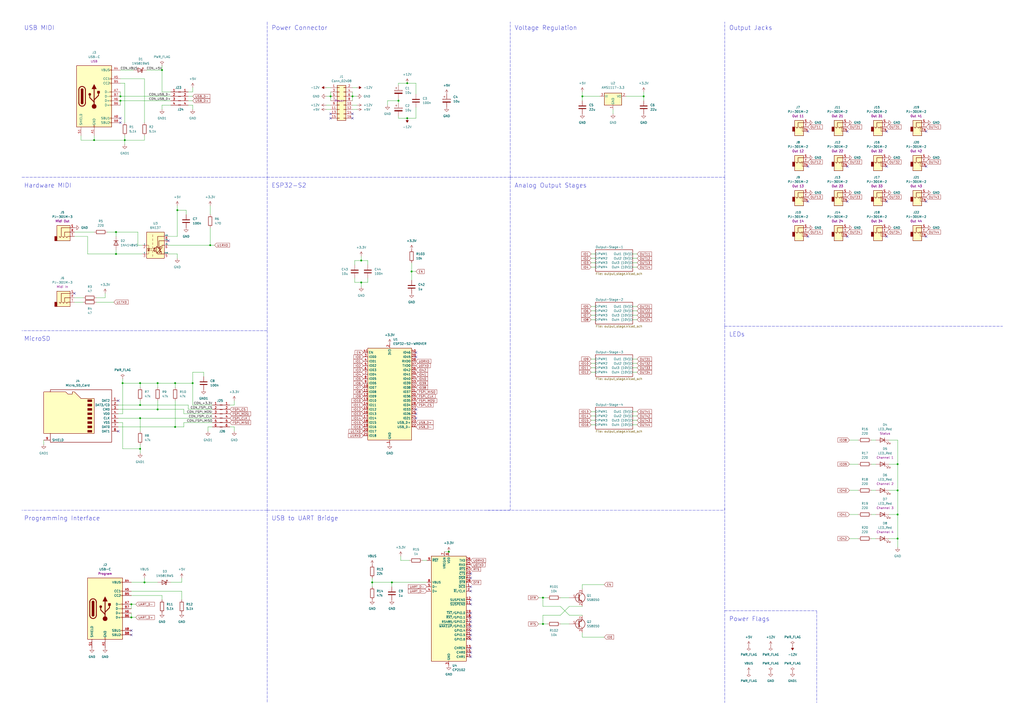
<source format=kicad_sch>
(kicad_sch (version 20211123) (generator eeschema)
  (paper "A2")
  (title_block (title "esp.seq: Quad Output Stage") (date "2022-10-29") (rev "2.0") (company "schlegelflegel"))
  (junction (at 69.85 55.88))
  (junction (at 67.31 147.32))
  (junction (at 76.2 358.14))
  (junction (at 209.55 163.83))
  (junction (at 91.44 237.49))
  (junction (at 191.77 55.88))
  (junction (at 101.6 247.65))
  (junction (at 72.39 81.28))
  (junction (at 204.47 55.88))
  (junction (at 81.28 234.95))
  (junction (at 238.76 157.48))
  (junction (at 69.85 58.42))
  (junction (at 121.92 142.24))
  (junction (at 102.87 121.92))
  (junction (at 91.44 222.25))
  (junction (at 209.55 151.13))
  (junction (at 236.22 48.26))
  (junction (at 111.76 222.25))
  (junction (at 314.96 346.71))
  (junction (at 314.96 361.95))
  (junction (at 54.61 81.28))
  (junction (at 373.38 55.88))
  (junction (at 520.7 284.48))
  (junction (at 67.31 134.62))
  (junction (at 93.98 40.64))
  (junction (at 520.7 269.24))
  (junction (at 520.7 298.45))
  (junction (at 520.7 312.42))
  (junction (at 81.28 260.35))
  (junction (at 260.35 320.04))
  (junction (at 227.33 337.82))
  (junction (at 337.82 55.88))
  (junction (at 231.14 58.42))
  (junction (at 236.22 68.58))
  (junction (at 215.9 337.82))
  (junction (at 81.28 222.25))
  (junction (at 76.2 350.52))
  (junction (at 81.28 242.57))
  (junction (at 83.82 337.82))
  (junction (at 71.12 222.25))
  (junction (at 101.6 222.25))
  (no_connect (at 69.85 71.12))
  (no_connect (at 241.3 242.57))
  (no_connect (at 204.47 66.04))
  (no_connect (at 273.05 363.22))
  (no_connect (at 273.05 340.36))
  (no_connect (at 491.49 116.84))
  (no_connect (at 514.35 76.2))
  (no_connect (at 273.05 378.46))
  (no_connect (at 241.3 237.49))
  (no_connect (at 273.05 355.6))
  (no_connect (at 241.3 240.03))
  (no_connect (at 491.49 96.52))
  (no_connect (at 273.05 375.92))
  (no_connect (at 69.85 68.58))
  (no_connect (at 43.18 170.18))
  (no_connect (at 273.05 368.3))
  (no_connect (at 241.3 207.01))
  (no_connect (at 273.05 335.28))
  (no_connect (at 537.21 96.52))
  (no_connect (at 204.47 68.58))
  (no_connect (at 273.05 365.76))
  (no_connect (at 468.63 96.52))
  (no_connect (at 68.58 232.41))
  (no_connect (at 273.05 332.74))
  (no_connect (at 97.79 139.7))
  (no_connect (at 191.77 68.58))
  (no_connect (at 273.05 370.84))
  (no_connect (at 76.2 365.76))
  (no_connect (at 514.35 137.16))
  (no_connect (at 191.77 66.04))
  (no_connect (at 273.05 360.68))
  (no_connect (at 514.35 116.84))
  (no_connect (at 241.3 204.47))
  (no_connect (at 273.05 358.14))
  (no_connect (at 273.05 381))
  (no_connect (at 468.63 76.2))
  (no_connect (at 537.21 76.2))
  (no_connect (at 537.21 116.84))
  (no_connect (at 514.35 96.52))
  (no_connect (at 273.05 347.98))
  (no_connect (at 68.58 250.19))
  (no_connect (at 537.21 137.16))
  (no_connect (at 468.63 116.84))
  (no_connect (at 491.49 76.2))
  (no_connect (at 76.2 368.3))
  (no_connect (at 491.49 137.16))
  (no_connect (at 273.05 342.9))
  (no_connect (at 468.63 137.16))
  (no_connect (at 273.05 350.52))
  (wire (pts (xy 81.28 260.35) (xy 81.28 257.81)))
  (wire (pts (xy 121.92 142.24) (xy 124.46 142.24)))
  (wire (pts (xy 189.23 50.8) (xy 191.77 50.8)))
  (wire (pts (xy 43.18 172.72) (xy 48.26 172.72)))
  (wire (pts (xy 97.79 137.16) (xy 102.87 137.16)))
  (wire (pts (xy 189.23 63.5) (xy 191.77 63.5)))
  (wire (pts (xy 342.9 238.76) (xy 345.44 238.76)))
  (wire (pts (xy 520.7 269.24) (xy 520.7 284.48)))
  (wire (pts (xy 209.55 163.83) (xy 213.36 163.83)))
  (wire (pts (xy 492.76 255.27) (xy 497.84 255.27)))
  (wire (pts (xy 68.58 245.11) (xy 71.12 245.11)))
  (wire (pts (xy 227.33 337.82) (xy 247.65 337.82)))
  (wire (pts (xy 367.03 243.84) (xy 369.57 243.84)))
  (wire (pts (xy 81.28 260.35) (xy 81.28 262.89)))
  (wire (pts (xy 76.2 345.44) (xy 93.98 345.44)))
  (wire (pts (xy 314.96 356.87) (xy 325.12 356.87)))
  (wire (pts (xy 342.9 215.9) (xy 345.44 215.9)))
  (wire (pts (xy 312.42 346.71) (xy 314.96 346.71)))
  (wire (pts (xy 83.82 81.28) (xy 83.82 78.74)))
  (wire (pts (xy 67.31 147.32) (xy 82.55 147.32)))
  (wire (pts (xy 99.06 337.82) (xy 105.41 337.82)))
  (wire (pts (xy 505.46 269.24) (xy 508 269.24)))
  (wire (pts (xy 135.89 234.95) (xy 135.89 232.41)))
  (wire (pts (xy 81.28 232.41) (xy 81.28 234.95)))
  (wire (pts (xy 492.76 269.24) (xy 497.84 269.24)))
  (wire (pts (xy 224.79 60.96) (xy 224.79 58.42)))
  (wire (pts (xy 48.26 175.26) (xy 43.18 175.26)))
  (wire (pts (xy 232.41 322.58) (xy 232.41 325.12)))
  (polyline (pts (xy 154.94 102.87) (xy 295.91 102.87)))
  (polyline (pts (xy 295.91 102.87) (xy 295.91 295.91)))
  (wire (pts (xy 337.82 339.09) (xy 350.52 339.09)))
  (wire (pts (xy 342.9 210.82) (xy 345.44 210.82)))
  (wire (pts (xy 101.6 222.25) (xy 101.6 224.79)))
  (wire (pts (xy 121.92 119.38) (xy 121.92 124.46)))
  (wire (pts (xy 67.31 134.62) (xy 67.31 137.16)))
  (wire (pts (xy 81.28 222.25) (xy 81.28 224.79)))
  (wire (pts (xy 71.12 222.25) (xy 71.12 240.03)))
  (wire (pts (xy 342.9 243.84) (xy 345.44 243.84)))
  (wire (pts (xy 342.9 149.86) (xy 345.44 149.86)))
  (wire (pts (xy 325.12 361.95) (xy 330.2 361.95)))
  (wire (pts (xy 367.03 246.38) (xy 369.57 246.38)))
  (wire (pts (xy 342.9 241.3) (xy 345.44 241.3)))
  (wire (pts (xy 69.85 48.26) (xy 72.39 48.26)))
  (wire (pts (xy 83.82 337.82) (xy 91.44 337.82)))
  (wire (pts (xy 257.81 320.04) (xy 260.35 320.04)))
  (wire (pts (xy 325.12 346.71) (xy 330.2 346.71)))
  (wire (pts (xy 342.9 208.28) (xy 345.44 208.28)))
  (wire (pts (xy 367.03 208.28) (xy 369.57 208.28)))
  (wire (pts (xy 367.03 147.32) (xy 369.57 147.32)))
  (wire (pts (xy 118.11 215.9) (xy 118.11 218.44)))
  (wire (pts (xy 78.74 350.52) (xy 76.2 350.52)))
  (wire (pts (xy 373.38 58.42) (xy 373.38 55.88)))
  (wire (pts (xy 337.82 369.57) (xy 337.82 367.03)))
  (wire (pts (xy 314.96 361.95) (xy 317.5 361.95)))
  (polyline (pts (xy 154.94 191.77) (xy 12.7 191.77)))
  (wire (pts (xy 373.38 53.34) (xy 373.38 55.88)))
  (polyline (pts (xy 295.91 102.87) (xy 420.37 102.87)))
  (wire (pts (xy 107.95 124.46) (xy 107.95 121.92)))
  (wire (pts (xy 342.9 147.32) (xy 345.44 147.32)))
  (wire (pts (xy 520.7 255.27) (xy 520.7 269.24)))
  (wire (pts (xy 72.39 48.26) (xy 72.39 71.12)))
  (wire (pts (xy 238.76 157.48) (xy 238.76 162.56)))
  (wire (pts (xy 43.18 134.62) (xy 54.61 134.62)))
  (wire (pts (xy 80.01 142.24) (xy 82.55 142.24)))
  (wire (pts (xy 121.92 142.24) (xy 121.92 132.08)))
  (wire (pts (xy 205.74 161.29) (xy 205.74 163.83)))
  (wire (pts (xy 105.41 342.9) (xy 105.41 347.98)))
  (wire (pts (xy 367.03 238.76) (xy 369.57 238.76)))
  (wire (pts (xy 123.19 234.95) (xy 111.76 234.95)))
  (wire (pts (xy 314.96 346.71) (xy 317.5 346.71)))
  (wire (pts (xy 227.33 337.82) (xy 227.33 340.36)))
  (wire (pts (xy 50.8 137.16) (xy 50.8 147.32)))
  (wire (pts (xy 80.01 134.62) (xy 80.01 142.24)))
  (wire (pts (xy 120.65 247.65) (xy 123.19 247.65)))
  (wire (pts (xy 68.58 240.03) (xy 71.12 240.03)))
  (wire (pts (xy 241.3 48.26) (xy 236.22 48.26)))
  (wire (pts (xy 367.03 213.36) (xy 369.57 213.36)))
  (wire (pts (xy 68.58 237.49) (xy 91.44 237.49)))
  (wire (pts (xy 135.89 247.65) (xy 135.89 250.19)))
  (wire (pts (xy 71.12 222.25) (xy 81.28 222.25)))
  (wire (pts (xy 69.85 55.88) (xy 99.06 55.88)))
  (polyline (pts (xy 154.94 295.91) (xy 420.37 295.91)))
  (wire (pts (xy 207.01 63.5) (xy 204.47 63.5)))
  (wire (pts (xy 71.12 260.35) (xy 81.28 260.35)))
  (wire (pts (xy 209.55 148.59) (xy 209.55 151.13)))
  (wire (pts (xy 492.76 298.45) (xy 497.84 298.45)))
  (wire (pts (xy 93.98 38.1) (xy 93.98 40.64)))
  (wire (pts (xy 314.96 351.79) (xy 314.96 346.71)))
  (wire (pts (xy 342.9 213.36) (xy 345.44 213.36)))
  (wire (pts (xy 25.4 257.81) (xy 25.4 255.27)))
  (wire (pts (xy 55.88 172.72) (xy 60.96 172.72)))
  (wire (pts (xy 213.36 151.13) (xy 213.36 153.67)))
  (wire (pts (xy 102.87 119.38) (xy 102.87 121.92)))
  (polyline (pts (xy 420.37 102.87) (xy 420.37 12.7)))
  (wire (pts (xy 337.82 341.63) (xy 337.82 339.09)))
  (wire (pts (xy 93.98 63.5) (xy 93.98 60.96)))
  (wire (pts (xy 231.14 49.53) (xy 231.14 48.26)))
  (wire (pts (xy 367.03 177.8) (xy 369.57 177.8)))
  (wire (pts (xy 236.22 68.58) (xy 231.14 68.58)))
  (wire (pts (xy 120.65 250.19) (xy 120.65 247.65)))
  (wire (pts (xy 76.2 355.6) (xy 76.2 358.14)))
  (wire (pts (xy 238.76 152.4) (xy 238.76 157.48)))
  (wire (pts (xy 189.23 55.88) (xy 191.77 55.88)))
  (wire (pts (xy 72.39 78.74) (xy 72.39 81.28)))
  (wire (pts (xy 231.14 68.58) (xy 231.14 67.31)))
  (wire (pts (xy 232.41 325.12) (xy 237.49 325.12)))
  (wire (pts (xy 101.6 247.65) (xy 106.68 247.65)))
  (wire (pts (xy 72.39 81.28) (xy 83.82 81.28)))
  (wire (pts (xy 191.77 53.34) (xy 191.77 55.88)))
  (wire (pts (xy 330.2 356.87) (xy 337.82 356.87)))
  (wire (pts (xy 515.62 312.42) (xy 520.7 312.42)))
  (wire (pts (xy 312.42 361.95) (xy 314.96 361.95)))
  (wire (pts (xy 67.31 144.78) (xy 67.31 147.32)))
  (wire (pts (xy 515.62 284.48) (xy 520.7 284.48)))
  (wire (pts (xy 520.7 312.42) (xy 520.7 317.5)))
  (wire (pts (xy 83.82 335.28) (xy 83.82 337.82)))
  (wire (pts (xy 111.76 60.96) (xy 111.76 63.5)))
  (polyline (pts (xy 420.37 189.23) (xy 581.66 189.23)))
  (polyline (pts (xy 420.37 189.23) (xy 420.37 407.67)))
  (wire (pts (xy 111.76 222.25) (xy 101.6 222.25)))
  (wire (pts (xy 91.44 222.25) (xy 91.44 224.79)))
  (wire (pts (xy 54.61 78.74) (xy 54.61 81.28)))
  (wire (pts (xy 71.12 219.71) (xy 71.12 222.25)))
  (wire (pts (xy 367.03 210.82) (xy 369.57 210.82)))
  (wire (pts (xy 93.98 40.64) (xy 93.98 53.34)))
  (wire (pts (xy 81.28 242.57) (xy 123.19 242.57)))
  (wire (pts (xy 93.98 345.44) (xy 93.98 347.98)))
  (polyline (pts (xy 154.94 102.87) (xy 154.94 191.77)))
  (wire (pts (xy 337.82 55.88) (xy 347.98 55.88)))
  (wire (pts (xy 105.41 337.82) (xy 105.41 335.28)))
  (wire (pts (xy 241.3 68.58) (xy 236.22 68.58)))
  (wire (pts (xy 50.8 147.32) (xy 67.31 147.32)))
  (wire (pts (xy 109.22 60.96) (xy 111.76 60.96)))
  (wire (pts (xy 106.68 247.65) (xy 106.68 245.11)))
  (wire (pts (xy 67.31 134.62) (xy 80.01 134.62)))
  (wire (pts (xy 337.82 53.34) (xy 337.82 55.88)))
  (wire (pts (xy 106.68 240.03) (xy 123.19 240.03)))
  (wire (pts (xy 133.35 234.95) (xy 135.89 234.95)))
  (wire (pts (xy 97.79 142.24) (xy 121.92 142.24)))
  (wire (pts (xy 314.96 356.87) (xy 314.96 361.95)))
  (wire (pts (xy 231.14 57.15) (xy 231.14 58.42)))
  (wire (pts (xy 367.03 154.94) (xy 369.57 154.94)))
  (wire (pts (xy 81.28 242.57) (xy 81.28 250.19)))
  (wire (pts (xy 337.82 58.42) (xy 337.82 55.88)))
  (wire (pts (xy 205.74 163.83) (xy 209.55 163.83)))
  (wire (pts (xy 213.36 163.83) (xy 213.36 161.29)))
  (wire (pts (xy 367.03 241.3) (xy 369.57 241.3)))
  (wire (pts (xy 205.74 153.67) (xy 205.74 151.13)))
  (wire (pts (xy 68.58 242.57) (xy 81.28 242.57)))
  (wire (pts (xy 342.9 182.88) (xy 345.44 182.88)))
  (wire (pts (xy 342.9 177.8) (xy 345.44 177.8)))
  (wire (pts (xy 207.01 50.8) (xy 204.47 50.8)))
  (wire (pts (xy 189.23 60.96) (xy 191.77 60.96)))
  (polyline (pts (xy 12.7 102.87) (xy 154.94 102.87)))
  (wire (pts (xy 55.88 175.26) (xy 66.04 175.26)))
  (wire (pts (xy 111.76 58.42) (xy 109.22 58.42)))
  (wire (pts (xy 106.68 237.49) (xy 91.44 237.49)))
  (polyline (pts (xy 295.91 295.91) (xy 281.94 295.91)))
  (wire (pts (xy 54.61 81.28) (xy 72.39 81.28)))
  (wire (pts (xy 342.9 154.94) (xy 345.44 154.94)))
  (wire (pts (xy 109.22 53.34) (xy 111.76 53.34)))
  (wire (pts (xy 76.2 342.9) (xy 105.41 342.9)))
  (wire (pts (xy 215.9 337.82) (xy 215.9 340.36)))
  (wire (pts (xy 342.9 152.4) (xy 345.44 152.4)))
  (wire (pts (xy 515.62 298.45) (xy 520.7 298.45)))
  (wire (pts (xy 111.76 215.9) (xy 111.76 222.25)))
  (wire (pts (xy 106.68 245.11) (xy 123.19 245.11)))
  (wire (pts (xy 85.09 40.64) (xy 93.98 40.64)))
  (wire (pts (xy 342.9 185.42) (xy 345.44 185.42)))
  (wire (pts (xy 245.11 325.12) (xy 247.65 325.12)))
  (wire (pts (xy 111.76 53.34) (xy 111.76 50.8)))
  (wire (pts (xy 69.85 40.64) (xy 77.47 40.64)))
  (wire (pts (xy 515.62 255.27) (xy 520.7 255.27)))
  (wire (pts (xy 515.62 269.24) (xy 520.7 269.24)))
  (wire (pts (xy 191.77 55.88) (xy 191.77 58.42)))
  (wire (pts (xy 109.22 234.95) (xy 109.22 237.49)))
  (wire (pts (xy 520.7 298.45) (xy 520.7 312.42)))
  (wire (pts (xy 367.03 152.4) (xy 369.57 152.4)))
  (wire (pts (xy 367.03 215.9) (xy 369.57 215.9)))
  (wire (pts (xy 505.46 284.48) (xy 508 284.48)))
  (wire (pts (xy 231.14 58.42) (xy 231.14 59.69)))
  (wire (pts (xy 76.2 350.52) (xy 76.2 353.06)))
  (wire (pts (xy 81.28 222.25) (xy 91.44 222.25)))
  (wire (pts (xy 91.44 222.25) (xy 101.6 222.25)))
  (wire (pts (xy 69.85 58.42) (xy 69.85 60.96)))
  (wire (pts (xy 204.47 53.34) (xy 204.47 55.88)))
  (wire (pts (xy 367.03 180.34) (xy 369.57 180.34)))
  (wire (pts (xy 241.3 157.48) (xy 238.76 157.48)))
  (wire (pts (xy 102.87 147.32) (xy 102.87 149.86)))
  (wire (pts (xy 93.98 60.96) (xy 99.06 60.96)))
  (wire (pts (xy 97.79 147.32) (xy 102.87 147.32)))
  (wire (pts (xy 43.18 137.16) (xy 50.8 137.16)))
  (wire (pts (xy 68.58 234.95) (xy 81.28 234.95)))
  (wire (pts (xy 60.96 172.72) (xy 60.96 170.18)))
  (wire (pts (xy 133.35 247.65) (xy 135.89 247.65)))
  (wire (pts (xy 111.76 55.88) (xy 109.22 55.88)))
  (wire (pts (xy 350.52 369.57) (xy 337.82 369.57)))
  (polyline (pts (xy 154.94 191.77) (xy 154.94 295.91)))
  (wire (pts (xy 520.7 284.48) (xy 520.7 298.45)))
  (wire (pts (xy 314.96 351.79) (xy 325.12 351.79)))
  (wire (pts (xy 342.9 246.38) (xy 345.44 246.38)))
  (wire (pts (xy 76.2 358.14) (xy 78.74 358.14)))
  (wire (pts (xy 492.76 284.48) (xy 497.84 284.48)))
  (wire (pts (xy 373.38 55.88) (xy 363.22 55.88)))
  (wire (pts (xy 204.47 55.88) (xy 204.47 58.42)))
  (wire (pts (xy 330.2 351.79) (xy 337.82 351.79)))
  (wire (pts (xy 69.85 55.88) (xy 69.85 53.34)))
  (wire (pts (xy 492.76 312.42) (xy 497.84 312.42)))
  (wire (pts (xy 367.03 185.42) (xy 369.57 185.42)))
  (wire (pts (xy 62.23 134.62) (xy 67.31 134.62)))
  (wire (pts (xy 111.76 234.95) (xy 111.76 222.25)))
  (wire (pts (xy 505.46 298.45) (xy 508 298.45)))
  (wire (pts (xy 102.87 121.92) (xy 102.87 137.16)))
  (wire (pts (xy 231.14 48.26) (xy 236.22 48.26)))
  (wire (pts (xy 71.12 245.11) (xy 71.12 260.35)))
  (wire (pts (xy 215.9 337.82) (xy 227.33 337.82)))
  (wire (pts (xy 93.98 53.34) (xy 99.06 53.34)))
  (wire (pts (xy 91.44 232.41) (xy 91.44 237.49)))
  (polyline (pts (xy 295.91 102.87) (xy 295.91 12.7)))
  (wire (pts (xy 224.79 58.42) (xy 231.14 58.42)))
  (wire (pts (xy 118.11 215.9) (xy 111.76 215.9)))
  (wire (pts (xy 355.6 66.04) (xy 355.6 63.5)))
  (polyline (pts (xy 420.37 354.33) (xy 473.71 354.33)))
  (wire (pts (xy 241.3 62.23) (xy 241.3 68.58)))
  (wire (pts (xy 76.2 337.82) (xy 83.82 337.82)))
  (polyline (pts (xy 473.71 354.33) (xy 473.71 407.67)))
  (wire (pts (xy 68.58 247.65) (xy 101.6 247.65)))
  (wire (pts (xy 209.55 151.13) (xy 213.36 151.13)))
  (wire (pts (xy 109.22 237.49) (xy 123.19 237.49)))
  (wire (pts (xy 101.6 232.41) (xy 101.6 247.65)))
  (wire (pts (xy 330.2 356.87) (xy 325.12 351.79)))
  (wire (pts (xy 342.9 180.34) (xy 345.44 180.34)))
  (wire (pts (xy 367.03 182.88) (xy 369.57 182.88)))
  (polyline (pts (xy 154.94 12.7) (xy 154.94 102.87)))
  (wire (pts (xy 207.01 60.96) (xy 204.47 60.96)))
  (wire (pts (xy 46.99 78.74) (xy 46.99 81.28)))
  (wire (pts (xy 367.03 149.86) (xy 369.57 149.86)))
  (polyline (pts (xy 420.37 102.87) (xy 420.37 189.23)))
  (wire (pts (xy 46.99 81.28) (xy 54.61 81.28)))
  (wire (pts (xy 72.39 81.28) (xy 72.39 83.82)))
  (wire (pts (xy 207.01 55.88) (xy 204.47 55.88)))
  (wire (pts (xy 69.85 58.42) (xy 99.06 58.42)))
  (wire (pts (xy 215.9 335.28) (xy 215.9 337.82)))
  (polyline (pts (xy 420.37 295.91) (xy 420.37 294.64)))
  (wire (pts (xy 505.46 255.27) (xy 508 255.27)))
  (wire (pts (xy 106.68 237.49) (xy 106.68 240.03)))
  (wire (pts (xy 69.85 45.72) (xy 83.82 45.72)))
  (wire (pts (xy 81.28 234.95) (xy 109.22 234.95)))
  (wire (pts (xy 209.55 166.37) (xy 209.55 163.83)))
  (wire (pts (xy 241.3 54.61) (xy 241.3 48.26)))
  (polyline (pts (xy 154.94 295.91) (xy 12.7 295.91)))
  (wire (pts (xy 330.2 351.79) (xy 325.12 356.87)))
  (wire (pts (xy 102.87 121.92) (xy 107.95 121.92)))
  (wire (pts (xy 83.82 45.72) (xy 83.82 71.12)))
  (polyline (pts (xy 154.94 295.91) (xy 154.94 407.67)))
  (wire (pts (xy 505.46 312.42) (xy 508 312.42)))
  (wire (pts (xy 205.74 151.13) (xy 209.55 151.13)))
  (text "Power Connector" (at 157.48 17.78 0) (effects (font (size 2.54 2.54)) (justify left bottom)))
  (text "Voltage Regulation" (at 298.45 17.78 0) (effects (font (size 2.54 2.54)) (justify left bottom)))
  (text "Analog Output Stages" (at 298.45 109.22 0) (effects (font (size 2.54 2.54)) (justify left bottom)))
  (text "USB MIDI" (at 13.97 17.78 0) (effects (font (size 2.54 2.54)) (justify left bottom)))
  (text "MicroSD" (at 13.97 198.12 0) (effects (font (size 2.54 2.54)) (justify left bottom)))
  (text "ESP32-S2" (at 157.48 109.22 0) (effects (font (size 2.54 2.54)) (justify left bottom)))
  (text "Output Jacks" (at 422.91 17.78 0) (effects (font (size 2.54 2.54)) (justify left bottom)))
  (text "Power Flags" (at 422.91 360.68 0) (effects (font (size 2.54 2.54)) (justify left bottom)))
  (text "USB to UART Bridge" (at 157.48 302.26 0) (effects (font (size 2.54 2.54)) (justify left bottom)))
  (text "Hardware MIDI" (at 13.97 109.22 0) (effects (font (size 2.54 2.54)) (justify left bottom)))
  (text "Programming Interface" (at 13.97 302.26 0) (effects (font (size 2.54 2.54)) (justify left bottom)))
  (text "LEDs" (at 422.91 195.58 0) (effects (font (size 2.54 2.54)) (justify left bottom)))
  (label "CON_USB_D-" (at 99.06 55.88 180))
  (label "CON_FSPI_MOSI" (at 123.19 240.03 180))
  (label "CON_VBUS" (at 69.85 40.64 0))
  (label "CON_+3.3V" (at 123.19 234.95 180))
  (label "CON_+5V" (at 93.98 40.64 180))
  (label "CON_FSPI_MISO" (at 123.19 245.11 180))
  (label "CON_USB_D+" (at 99.06 58.42 180))
  (label "CON_FSPI_CS" (at 123.19 237.49 180))
  (label "CON_FSPI_CLK" (at 123.19 242.57 180))
  (global_label "OUT12" (shape input) (at 468.63 93.98 0) (property "Intersheet References" "${INTERSHEET_REFS}" (effects hide)))
  (global_label "OUT33" (shape input) (at 514.35 114.3 0) (property "Intersheet References" "${INTERSHEET_REFS}" (effects hide)))
  (global_label "UART_D-" (shape input) (at 78.74 350.52 0) (property "Intersheet References" "${INTERSHEET_REFS}" (effects hide)))
  (global_label "USB_D-" (shape input) (at 111.76 55.88 0) (property "Intersheet References" "${INTERSHEET_REFS}" (effects hide)))
  (global_label "DTR" (shape input) (at 312.42 346.71 180) (property "Intersheet References" "${INTERSHEET_REFS}" (effects hide)))
  (global_label "OUT14" (shape input) (at 369.57 154.94 0) (property "Intersheet References" "${INTERSHEET_REFS}" (effects hide)))
  (global_label "OUT44" (shape input) (at 537.21 134.62 0) (property "Intersheet References" "${INTERSHEET_REFS}" (effects hide)))
  (global_label "IO0" (shape input) (at 350.52 369.57 0) (property "Intersheet References" "${INTERSHEET_REFS}" (effects hide)))
  (global_label "IO39" (shape input) (at 492.76 269.24 180) (property "Intersheet References" "${INTERSHEET_REFS}" (effects hide)))
  (global_label "IO10" (shape input) (at 210.82 232.41 180) (property "Intersheet References" "${INTERSHEET_REFS}" (effects hide)))
  (global_label "FSPI_MISO" (shape input) (at 133.35 245.11 0) (property "Intersheet References" "${INTERSHEET_REFS}" (effects hide)))
  (global_label "OUT34" (shape input) (at 369.57 215.9 0) (property "Intersheet References" "${INTERSHEET_REFS}" (effects hide)))
  (global_label "U0RXD" (shape input) (at 273.05 325.12 0) (property "Intersheet References" "${INTERSHEET_REFS}" (effects hide)))
  (global_label "OUT42" (shape input) (at 369.57 241.3 0) (property "Intersheet References" "${INTERSHEET_REFS}" (effects hide)))
  (global_label "IO7" (shape input) (at 210.82 224.79 180) (property "Intersheet References" "${INTERSHEET_REFS}" (effects hide)))
  (global_label "OUT32" (shape input) (at 514.35 93.98 0) (property "Intersheet References" "${INTERSHEET_REFS}" (effects hide)))
  (global_label "FSPI_CLK" (shape input) (at 133.35 242.57 0) (property "Intersheet References" "${INTERSHEET_REFS}" (effects hide)))
  (global_label "IO42" (shape input) (at 492.76 312.42 180) (property "Intersheet References" "${INTERSHEET_REFS}" (effects hide)))
  (global_label "FSPI_CS" (shape input) (at 241.3 234.95 0) (property "Intersheet References" "${INTERSHEET_REFS}" (effects hide)))
  (global_label "OUT24" (shape input) (at 491.49 134.62 0) (property "Intersheet References" "${INTERSHEET_REFS}" (effects hide)))
  (global_label "IO4" (shape input) (at 210.82 217.17 180) (property "Intersheet References" "${INTERSHEET_REFS}" (effects hide)))
  (global_label "IO3" (shape input) (at 210.82 214.63 180) (property "Intersheet References" "${INTERSHEET_REFS}" (effects hide)))
  (global_label "OUT44" (shape input) (at 369.57 246.38 0) (property "Intersheet References" "${INTERSHEET_REFS}" (effects hide)))
  (global_label "IO16" (shape input) (at 210.82 247.65 180) (property "Intersheet References" "${INTERSHEET_REFS}" (effects hide)))
  (global_label "OUT43" (shape input) (at 537.21 114.3 0) (property "Intersheet References" "${INTERSHEET_REFS}" (effects hide)))
  (global_label "IO12" (shape input) (at 342.9 215.9 180) (property "Intersheet References" "${INTERSHEET_REFS}" (effects hide)))
  (global_label "IO14" (shape input) (at 210.82 242.57 180) (property "Intersheet References" "${INTERSHEET_REFS}" (effects hide)))
  (global_label "FSPI_MOSI" (shape input) (at 241.3 232.41 0) (property "Intersheet References" "${INTERSHEET_REFS}" (effects hide)))
  (global_label "IO9" (shape input) (at 210.82 229.87 180) (property "Intersheet References" "${INTERSHEET_REFS}" (effects hide)))
  (global_label "U0RXD" (shape input) (at 241.3 209.55 0) (property "Intersheet References" "${INTERSHEET_REFS}" (effects hide)))
  (global_label "IO1" (shape input) (at 342.9 147.32 180) (property "Intersheet References" "${INTERSHEET_REFS}" (effects hide)))
  (global_label "IO2" (shape input) (at 342.9 149.86 180) (property "Intersheet References" "${INTERSHEET_REFS}" (effects hide)))
  (global_label "OUT22" (shape input) (at 369.57 180.34 0) (property "Intersheet References" "${INTERSHEET_REFS}" (effects hide)))
  (global_label "OUT22" (shape input) (at 491.49 93.98 0) (property "Intersheet References" "${INTERSHEET_REFS}" (effects hide)))
  (global_label "OUT11" (shape input) (at 369.57 147.32 0) (property "Intersheet References" "${INTERSHEET_REFS}" (effects hide)))
  (global_label "OUT43" (shape input) (at 369.57 243.84 0) (property "Intersheet References" "${INTERSHEET_REFS}" (effects hide)))
  (global_label "OUT21" (shape input) (at 491.49 73.66 0) (property "Intersheet References" "${INTERSHEET_REFS}" (effects hide)))
  (global_label "USB_D-" (shape input) (at 241.3 247.65 0) (property "Intersheet References" "${INTERSHEET_REFS}" (effects hide)))
  (global_label "U1TXD" (shape input) (at 210.82 250.19 180) (property "Intersheet References" "${INTERSHEET_REFS}" (effects hide)))
  (global_label "OUT41" (shape input) (at 537.21 73.66 0) (property "Intersheet References" "${INTERSHEET_REFS}" (effects hide)))
  (global_label "IO4" (shape input) (at 342.9 154.94 180) (property "Intersheet References" "${INTERSHEET_REFS}" (effects hide)))
  (global_label "FSPI_MISO" (shape input) (at 241.3 227.33 0) (property "Intersheet References" "${INTERSHEET_REFS}" (effects hide)))
  (global_label "OUT21" (shape input) (at 369.57 177.8 0) (property "Intersheet References" "${INTERSHEET_REFS}" (effects hide)))
  (global_label "OUT41" (shape input) (at 369.57 238.76 0) (property "Intersheet References" "${INTERSHEET_REFS}" (effects hide)))
  (global_label "IO6" (shape input) (at 342.9 180.34 180) (property "Intersheet References" "${INTERSHEET_REFS}" (effects hide)))
  (global_label "IO39" (shape input) (at 241.3 222.25 0) (property "Intersheet References" "${INTERSHEET_REFS}" (effects hide)))
  (global_label "U0TXD" (shape input) (at 273.05 327.66 0) (property "Intersheet References" "${INTERSHEET_REFS}" (effects hide)))
  (global_label "RTS" (shape input) (at 273.05 330.2 0) (property "Intersheet References" "${INTERSHEET_REFS}" (effects hide)))
  (global_label "DTR" (shape input) (at 273.05 337.82 0) (property "Intersheet References" "${INTERSHEET_REFS}" (effects hide)))
  (global_label "IO9" (shape input) (at 342.9 208.28 180) (property "Intersheet References" "${INTERSHEET_REFS}" (effects hide)))
  (global_label "U1RXD" (shape input) (at 210.82 252.73 180) (property "Intersheet References" "${INTERSHEET_REFS}" (effects hide)))
  (global_label "OUT12" (shape input) (at 369.57 149.86 0) (property "Intersheet References" "${INTERSHEET_REFS}" (effects hide)))
  (global_label "IO1" (shape input) (at 210.82 209.55 180) (property "Intersheet References" "${INTERSHEET_REFS}" (effects hide)))
  (global_label "IO13" (shape input) (at 210.82 240.03 180) (property "Intersheet References" "${INTERSHEET_REFS}" (effects hide)))
  (global_label "IO14" (shape input) (at 342.9 241.3 180) (property "Intersheet References" "${INTERSHEET_REFS}" (effects hide)))
  (global_label "IO0" (shape input) (at 210.82 207.01 180) (property "Intersheet References" "${INTERSHEET_REFS}" (effects hide)))
  (global_label "IO5" (shape input) (at 210.82 219.71 180) (property "Intersheet References" "${INTERSHEET_REFS}" (effects hide)))
  (global_label "USB_D+" (shape input) (at 111.76 58.42 0) (property "Intersheet References" "${INTERSHEET_REFS}" (effects hide)))
  (global_label "USB_D+" (shape input) (at 241.3 245.11 0) (property "Intersheet References" "${INTERSHEET_REFS}" (effects hide)))
  (global_label "IO2" (shape input) (at 210.82 212.09 180) (property "Intersheet References" "${INTERSHEET_REFS}" (effects hide)))
  (global_label "EN" (shape input) (at 210.82 204.47 180) (property "Intersheet References" "${INTERSHEET_REFS}" (effects hide)))
  (global_label "IO6" (shape input) (at 210.82 222.25 180) (property "Intersheet References" "${INTERSHEET_REFS}" (effects hide)))
  (global_label "OUT33" (shape input) (at 369.57 213.36 0) (property "Intersheet References" "${INTERSHEET_REFS}" (effects hide)))
  (global_label "U1RXD" (shape input) (at 124.46 142.24 0) (property "Intersheet References" "${INTERSHEET_REFS}" (effects hide)))
  (global_label "IO11" (shape input) (at 210.82 234.95 180) (property "Intersheet References" "${INTERSHEET_REFS}" (effects hide)))
  (global_label "OUT14" (shape input) (at 468.63 134.62 0) (property "Intersheet References" "${INTERSHEET_REFS}" (effects hide)))
  (global_label "IO8" (shape input) (at 210.82 227.33 180) (property "Intersheet References" "${INTERSHEET_REFS}" (effects hide)))
  (global_label "OUT31" (shape input) (at 369.57 208.28 0) (property "Intersheet References" "${INTERSHEET_REFS}" (effects hide)))
  (global_label "IO16" (shape input) (at 342.9 246.38 180) (property "Intersheet References" "${INTERSHEET_REFS}" (effects hide)))
  (global_label "OUT32" (shape input) (at 369.57 210.82 0) (property "Intersheet References" "${INTERSHEET_REFS}" (effects hide)))
  (global_label "OUT23" (shape input) (at 491.49 114.3 0) (property "Intersheet References" "${INTERSHEET_REFS}" (effects hide)))
  (global_label "OUT13" (shape input) (at 468.63 114.3 0) (property "Intersheet References" "${INTERSHEET_REFS}" (effects hide)))
  (global_label "IO10" (shape input) (at 342.9 210.82 180) (property "Intersheet References" "${INTERSHEET_REFS}" (effects hide)))
  (global_label "OUT23" (shape input) (at 369.57 182.88 0) (property "Intersheet References" "${INTERSHEET_REFS}" (effects hide)))
  (global_label "IO41" (shape input) (at 492.76 298.45 180) (property "Intersheet References" "${INTERSHEET_REFS}" (effects hide)))
  (global_label "IO15" (shape input) (at 342.9 243.84 180) (property "Intersheet References" "${INTERSHEET_REFS}" (effects hide)))
  (global_label "IO12" (shape input) (at 210.82 237.49 180) (property "Intersheet References" "${INTERSHEET_REFS}" (effects hide)))
  (global_label "IO42" (shape input) (at 241.3 214.63 0) (property "Intersheet References" "${INTERSHEET_REFS}" (effects hide)))
  (global_label "RTS" (shape input) (at 312.42 361.95 180) (property "Intersheet References" "${INTERSHEET_REFS}" (effects hide)))
  (global_label "IO41" (shape input) (at 241.3 217.17 0) (property "Intersheet References" "${INTERSHEET_REFS}" (effects hide)))
  (global_label "OUT31" (shape input) (at 514.35 73.66 0) (property "Intersheet References" "${INTERSHEET_REFS}" (effects hide)))
  (global_label "IO13" (shape input) (at 342.9 238.76 180) (property "Intersheet References" "${INTERSHEET_REFS}" (effects hide)))
  (global_label "OUT42" (shape input) (at 537.21 93.98 0) (property "Intersheet References" "${INTERSHEET_REFS}" (effects hide)))
  (global_label "IO40" (shape input) (at 492.76 284.48 180) (property "Intersheet References" "${INTERSHEET_REFS}" (effects hide)))
  (global_label "OUT24" (shape input) (at 369.57 185.42 0) (property "Intersheet References" "${INTERSHEET_REFS}" (effects hide)))
  (global_label "IO8" (shape input) (at 342.9 185.42 180) (property "Intersheet References" "${INTERSHEET_REFS}" (effects hide)))
  (global_label "UART_D-" (shape input) (at 247.65 342.9 180) (property "Intersheet References" "${INTERSHEET_REFS}" (effects hide)))
  (global_label "OUT34" (shape input) (at 514.35 134.62 0) (property "Intersheet References" "${INTERSHEET_REFS}" (effects hide)))
  (global_label "U0TXD" (shape input) (at 241.3 212.09 0) (property "Intersheet References" "${INTERSHEET_REFS}" (effects hide)))
  (global_label "IO38" (shape input) (at 241.3 224.79 0) (property "Intersheet References" "${INTERSHEET_REFS}" (effects hide)))
  (global_label "IO3" (shape input) (at 342.9 152.4 180) (property "Intersheet References" "${INTERSHEET_REFS}" (effects hide)))
  (global_label "IO7" (shape input) (at 342.9 182.88 180) (property "Intersheet References" "${INTERSHEET_REFS}" (effects hide)))
  (global_label "IO11" (shape input) (at 342.9 213.36 180) (property "Intersheet References" "${INTERSHEET_REFS}" (effects hide)))
  (global_label "OUT13" (shape input) (at 369.57 152.4 0) (property "Intersheet References" "${INTERSHEET_REFS}" (effects hide)))
  (global_label "UART_D+" (shape input) (at 78.74 358.14 0) (property "Intersheet References" "${INTERSHEET_REFS}" (effects hide)))
  (global_label "IO15" (shape input) (at 210.82 245.11 180) (property "Intersheet References" "${INTERSHEET_REFS}" (effects hide)))
  (global_label "FSPI_CLK" (shape input) (at 241.3 229.87 0) (property "Intersheet References" "${INTERSHEET_REFS}" (effects hide)))
  (global_label "FSPI_MOSI" (shape input) (at 133.35 240.03 0) (property "Intersheet References" "${INTERSHEET_REFS}" (effects hide)))
  (global_label "OUT11" (shape input) (at 468.63 73.66 0) (property "Intersheet References" "${INTERSHEET_REFS}" (effects hide)))
  (global_label "EN" (shape input) (at 350.52 339.09 0) (property "Intersheet References" "${INTERSHEET_REFS}" (effects hide)))
  (global_label "EN" (shape input) (at 241.3 157.48 0) (property "Intersheet References" "${INTERSHEET_REFS}" (effects hide)))
  (global_label "U1TXD" (shape input) (at 66.04 175.26 0) (property "Intersheet References" "${INTERSHEET_REFS}" (effects hide)))
  (global_label "UART_D-" (shape input) (at 247.65 340.36 180) (property "Intersheet References" "${INTERSHEET_REFS}" (effects hide)))
  (global_label "FSPI_CS" (shape input) (at 133.35 237.49 0) (property "Intersheet References" "${INTERSHEET_REFS}" (effects hide)))
  (global_label "IO40" (shape input) (at 241.3 219.71 0) (property "Intersheet References" "${INTERSHEET_REFS}" (effects hide)))
  (global_label "IO5" (shape input) (at 342.9 177.8 180) (property "Intersheet References" "${INTERSHEET_REFS}" (effects hide)))
  (global_label "IO38" (shape input) (at 492.76 255.27 180) (property "Intersheet References" "${INTERSHEET_REFS}" (effects hide)))
  (symbol (lib_id "power:GND") (at 238.76 170.18 0) (unit 1)
    (property "Reference" "#PWR0121" (effects hide))
    (property "Value" "GND" (at 238.76 175.26 0))
  )
  (symbol (lib_id "power:PWR_FLAG") (at 434.34 374.65 180) (unit 1)
    (property "Reference" "#FLG0101" (effects hide))
    (property "Value" "PWR_FLAG" (at 434.34 379.73 0))
  )
  (symbol (lib_id "power:GND") (at 135.89 250.19 0) (unit 1)
    (property "Reference" "#PWR050" (effects hide))
    (property "Value" "GND" (at 135.89 255.27 0))
  )
  (symbol (lib_id "Device:C") (at 238.76 166.37 0) (unit 1)
    (property "Reference" "C42" (at 242.57 165.0999 0) (effects (justify left)))
    (property "Value" "1u" (at 242.57 167.6399 0) (effects (justify left)))
    (property "Footprint" "Capacitor_SMD:C_0805_2012Metric" (effects hide))
    (property "LCSC" "C28323" (effects hide))
  )
  (symbol (lib_id "power:GND") (at 224.79 60.96 0) (unit 1)
    (property "Reference" "#PWR013" (effects hide))
    (property "Value" "GND" (at 224.79 66.04 0))
  )
  (symbol (lib_id "power:+3.3V") (at 226.06 199.39 0) (unit 1)
    (property "Reference" "#PWR0111" (effects hide))
    (property "Value" "+3.3V" (at 226.06 194.31 0))
  )
  (symbol (lib_id "Device:R") (at 501.65 255.27 90) (unit 1) (in_bom no) (on_board no)
    (property "Reference" "R16" (at 501.65 248.92 90))
    (property "Value" "220" (at 501.65 251.46 90))
    (property "Footprint" "Resistor_SMD:R_0402_1005Metric" (effects hide))
    (property "LCSC" "C25091" (effects hide))
  )
  (symbol (lib_id "power:+12V") (at 189.23 60.96 90) (mirror x) (unit 1)
    (property "Reference" "#PWR07" (effects hide))
    (property "Value" "+12V" (at 185.42 60.9599 90) (effects (justify left)))
  )
  (symbol (lib_id "Connector:AudioJack2_SwitchT") (at 532.13 114.3 0) (unit 1)
    (property "Reference" "J21" (at 531.495 102.87 0))
    (property "Value" "PJ-301M-2" (at 531.495 105.41 0))
    (property "Footprint" "lib:PJ-301M-2" (effects hide))
    (property "Name" "Out 43" (at 531.495 107.95 0))
  )
  (symbol (lib_id "Connector:AudioJack2_SwitchT") (at 532.13 93.98 0) (unit 1)
    (property "Reference" "J20" (at 531.495 82.55 0))
    (property "Value" "PJ-301M-2" (at 531.495 85.09 0))
    (property "Footprint" "lib:PJ-301M-2" (effects hide))
    (property "Name" "Out 42" (at 531.495 87.63 0))
  )
  (symbol (lib_id "power:+5V") (at 259.08 54.61 0) (unit 1)
    (property "Reference" "#PWR016" (effects hide))
    (property "Value" "+5V" (at 259.08 49.53 0))
  )
  (symbol (lib_id "power:GND") (at 207.01 55.88 90) (unit 1)
    (property "Reference" "#PWR010" (effects hide))
    (property "Value" "GND" (at 210.82 55.8799 90) (effects (justify right)))
  )
  (symbol (lib_id "Device:R") (at 93.98 351.79 0) (unit 1)
    (property "Reference" "R11" (at 96.52 350.5199 0) (effects (justify left)))
    (property "Value" "5.1k" (at 96.52 353.0599 0) (effects (justify left)))
    (property "Footprint" "Resistor_SMD:R_0402_1005Metric" (effects hide))
    (property "LCSC" "C25905" (effects hide))
  )
  (symbol (lib_id "Connector:Conn_01x06_Male") (at 128.27 240.03 0) (mirror y) (unit 1)
    (property "Reference" "J25" (at 127.635 232.41 0))
    (property "Value" "Conn_01x06_Male" (effects hide))
    (property "Footprint" "Connector_PinHeader_2.54mm:PinHeader_2x03_P2.54mm_Horizontal" (effects hide))
  )
  (symbol (lib_id "Device:LED") (at 511.81 284.48 0) (mirror y) (unit 1)
    (property "Reference" "D6" (at 513.3975 275.59 0))
    (property "Value" "LED_Red" (at 513.3975 278.13 0))
    (property "Footprint" "LED_THT:LED_D5.0mm" (effects hide))
    (property "Name" "Channel 2" (at 513.3975 280.67 0))
  )
  (symbol (lib_id "power:GND") (at 537.21 71.12 90) (mirror x) (unit 1)
    (property "Reference" "#PWR030" (effects hide))
    (property "Value" "GND" (at 541.02 71.1199 90) (effects (justify right)))
  )
  (symbol (lib_id "Connector:AudioJack2_SwitchT") (at 463.55 93.98 0) (unit 1)
    (property "Reference" "J8" (at 462.915 82.55 0))
    (property "Value" "PJ-301M-2" (at 462.915 85.09 0))
    (property "Footprint" "lib:PJ-301M-2" (effects hide))
    (property "Name" "Out 12" (at 462.915 87.63 0))
  )
  (symbol (lib_id "power:GND") (at 468.63 91.44 90) (mirror x) (unit 1)
    (property "Reference" "#PWR019" (effects hide))
    (property "Value" "GND" (at 472.44 91.4399 90) (effects (justify right)))
  )
  (symbol (lib_id "power:+3.3V") (at 209.55 148.59 0) (unit 1)
    (property "Reference" "#PWR0122" (effects hide))
    (property "Value" "+3.3V" (at 209.55 143.51 0))
  )
  (symbol (lib_id "Connector:AudioJack2_SwitchT") (at 509.27 93.98 0) (unit 1)
    (property "Reference" "J16" (at 508.635 82.55 0))
    (property "Value" "PJ-301M-2" (at 508.635 85.09 0))
    (property "Footprint" "lib:PJ-301M-2" (effects hide))
    (property "Name" "Out 32" (at 508.635 87.63 0))
  )
  (symbol (lib_id "Connector:AudioJack3") (at 38.1 172.72 0) (unit 1)
    (property "Reference" "J6" (at 36.195 161.29 0))
    (property "Value" "PJ-301M-3" (at 36.195 163.83 0))
    (property "Footprint" "lib:PJ-301M-3" (effects hide))
    (property "Name" "Midi In" (at 36.195 166.37 0))
  )
  (symbol (lib_id "power:PWR_FLAG") (at 434.34 389.89 180) (unit 1)
    (property "Reference" "#FLG0105" (effects hide))
    (property "Value" "PWR_FLAG" (at 434.34 394.97 0))
  )
  (symbol (lib_id "Device:R") (at 215.9 331.47 180) (unit 1)
    (property "Reference" "R13" (at 218.44 330.1999 0) (effects (justify right)))
    (property "Value" "22k" (at 218.44 332.7399 0) (effects (justify right)))
    (property "Footprint" "Resistor_SMD:R_0402_1005Metric" (effects hide))
    (property "LCSC" "C25768" (effects hide))
  )
  (symbol (lib_id "Connector:AudioJack2_SwitchT") (at 509.27 73.66 0) (unit 1)
    (property "Reference" "J15" (at 508.635 62.23 0))
    (property "Value" "PJ-301M-2" (at 508.635 64.77 0))
    (property "Footprint" "lib:PJ-301M-2" (effects hide))
    (property "Name" "Out 31" (at 508.635 67.31 0))
  )
  (symbol (lib_id "power:-12V") (at 459.74 374.65 0) (mirror x) (unit 1)
    (property "Reference" "#PWR0117" (effects hide))
    (property "Value" "-12V" (at 459.74 379.73 0))
  )
  (symbol (lib_id "power:GND") (at 105.41 355.6 0) (unit 1)
    (property "Reference" "#PWR056" (effects hide))
    (property "Value" "GND" (at 105.41 360.68 0))
  )
  (symbol (lib_id "power:GND1") (at 120.65 250.19 0) (unit 1)
    (property "Reference" "#PWR048" (effects hide))
    (property "Value" "GND1" (at 120.65 255.27 0))
  )
  (symbol (lib_id "power:PWR_FLAG") (at 71.12 219.71 0) (unit 1)
    (property "Reference" "#FLG0107" (effects hide))
    (property "Value" "PWR_FLAG" (at 71.12 214.63 0))
  )
  (symbol (lib_id "Connector:AudioJack2_SwitchT") (at 486.41 73.66 0) (unit 1)
    (property "Reference" "J11" (at 485.775 62.23 0))
    (property "Value" "PJ-301M-2" (at 485.775 64.77 0))
    (property "Footprint" "lib:PJ-301M-2" (effects hide))
    (property "Name" "Out 21" (at 485.775 67.31 0))
  )
  (symbol (lib_id "Device:LED") (at 511.81 312.42 0) (mirror y) (unit 1)
    (property "Reference" "D8" (at 513.3975 303.53 0))
    (property "Value" "LED_Red" (at 513.3975 306.07 0))
    (property "Footprint" "LED_THT:LED_D5.0mm" (effects hide))
    (property "Name" "Channel 4" (at 513.3975 308.61 0))
  )
  (symbol (lib_id "power:GND") (at 514.35 71.12 90) (mirror x) (unit 1)
    (property "Reference" "#PWR026" (effects hide))
    (property "Value" "GND" (at 518.16 71.1199 90) (effects (justify right)))
  )
  (symbol (lib_id "power:GND1") (at 93.98 63.5 0) (unit 1)
    (property "Reference" "#PWR02" (effects hide))
    (property "Value" "GND1" (at 93.98 68.58 0))
  )
  (symbol (lib_id "lib:6N137") (at 90.17 142.24 0) (unit 1)
    (property "Reference" "U3" (at 90.17 129.54 0))
    (property "Value" "6N137" (at 90.17 132.08 0))
    (property "Footprint" "Package_SO:SO-8_3.9x4.9mm_P1.27mm" (effects hide))
    (property "Datasheet" "https://docs.broadcom.com/docs/AV02-0940EN" (effects hide))
    (property "LCSC" "C110020" (effects hide))
  )
  (symbol (lib_id "Device:R") (at 58.42 134.62 90) (unit 1)
    (property "Reference" "R5" (at 58.42 128.27 90))
    (property "Value" "220" (at 58.42 130.81 90))
    (property "Footprint" "Resistor_SMD:R_0402_1005Metric" (effects hide))
    (property "LCSC" "C25091" (effects hide))
  )
  (symbol (lib_id "Device:C") (at 241.3 58.42 180) (unit 1)
    (property "Reference" "C3" (at 245.11 57.1499 0) (effects (justify right)))
    (property "Value" "100n" (at 245.11 59.6899 0) (effects (justify right)))
    (property "Footprint" "Capacitor_SMD:C_0805_2012Metric" (effects hide))
    (property "LCSC" "C28233" (effects hide))
  )
  (symbol (lib_id "power:GND") (at 259.08 62.23 0) (unit 1)
    (property "Reference" "#PWR017" (effects hide))
    (property "Value" "GND" (at 259.08 67.31 0))
  )
  (symbol (lib_id "Interface_USB:CP2102N-Axx-xQFN28") (at 260.35 353.06 0) (unit 1)
    (property "Reference" "U4" (at 262.3694 386.08 0) (effects (justify left)))
    (property "Value" "CP2102" (at 262.3694 388.62 0) (effects (justify left)))
    (property "Footprint" "Package_DFN_QFN:QFN-28-1EP_5x5mm_P0.5mm_EP3.35x3.35mm" (effects hide))
    (property "Datasheet" "https://www.silabs.com/documents/public/data-sheets/cp2102n-datasheet.pdf" (effects hide))
    (property "LCSC" "C6568" (effects hide))
  )
  (symbol (lib_id "power:+3.3V") (at 260.35 320.04 0) (unit 1)
    (property "Reference" "#PWR061" (effects hide))
    (property "Value" "+3.3V" (at 260.35 314.96 0))
  )
  (symbol (lib_id "Device:R") (at 321.31 346.71 90) (unit 1)
    (property "Reference" "R101" (at 321.31 340.36 90))
    (property "Value" "10k" (at 321.31 342.9 90))
    (property "Footprint" "Resistor_SMD:R_0402_1005Metric" (effects hide))
    (property "LCSC" "C25744" (effects hide))
  )
  (symbol (lib_id "power:GND") (at 514.35 132.08 90) (mirror x) (unit 1)
    (property "Reference" "#PWR029" (effects hide))
    (property "Value" "GND" (at 518.16 132.0799 90) (effects (justify right)))
  )
  (symbol (lib_id "power:+5V") (at 207.01 63.5 270) (unit 1)
    (property "Reference" "#PWR012" (effects hide))
    (property "Value" "+5V" (at 210.82 63.4999 90) (effects (justify left)))
  )
  (symbol (lib_id "Connector:AudioJack2_SwitchT") (at 463.55 114.3 0) (unit 1)
    (property "Reference" "J9" (at 462.915 102.87 0))
    (property "Value" "PJ-301M-2" (at 462.915 105.41 0))
    (property "Footprint" "lib:PJ-301M-2" (effects hide))
    (property "Name" "Out 13" (at 462.915 107.95 0))
  )
  (symbol (lib_id "Device:C") (at 205.74 157.48 180) (unit 1)
    (property "Reference" "C43" (at 201.93 156.2099 0) (effects (justify left)))
    (property "Value" "10u" (at 201.93 158.7499 0) (effects (justify left)))
    (property "Footprint" "Capacitor_SMD:C_0805_2012Metric" (effects hide))
    (property "LCSC" "C440198" (effects hide))
  )
  (symbol (lib_id "Connector:AudioJack2_SwitchT") (at 463.55 134.62 0) (unit 1)
    (property "Reference" "J10" (at 462.915 123.19 0))
    (property "Value" "PJ-301M-2" (at 462.915 125.73 0))
    (property "Footprint" "lib:PJ-301M-2" (effects hide))
    (property "Name" "Out 14" (at 462.915 128.27 0))
  )
  (symbol (lib_id "Connector:AudioJack2_SwitchT") (at 532.13 134.62 0) (unit 1)
    (property "Reference" "J22" (at 531.495 123.19 0))
    (property "Value" "PJ-301M-2" (at 531.495 125.73 0))
    (property "Footprint" "lib:PJ-301M-2" (effects hide))
    (property "Name" "Out 44" (at 531.495 128.27 0))
  )
  (symbol (lib_id "Connector:AudioJack2_SwitchT") (at 486.41 134.62 0) (unit 1)
    (property "Reference" "J14" (at 485.775 123.19 0))
    (property "Value" "PJ-301M-2" (at 485.775 125.73 0))
    (property "Footprint" "lib:PJ-301M-2" (effects hide))
    (property "Name" "Out 24" (at 485.775 128.27 0))
  )
  (symbol (lib_id "Device:C_Polarized") (at 231.14 53.34 0) (unit 1)
    (property "Reference" "C1" (at 234.95 51.1809 0) (effects (justify left)))
    (property "Value" "10u" (at 234.95 53.7209 0) (effects (justify left)))
    (property "Footprint" "Capacitor_THT:CP_Radial_D5.0mm_P2.50mm" (effects hide))
  )
  (symbol (lib_id "Device:R") (at 81.28 254 0) (unit 1)
    (property "Reference" "R8" (at 83.82 252.7299 0) (effects (justify left)))
    (property "Value" "47k" (at 83.82 255.2699 0) (effects (justify left)))
    (property "Footprint" "Resistor_SMD:R_0402_1005Metric" (effects hide))
    (property "LCSC" "C25792" (effects hide))
  )
  (symbol (lib_id "power:PWR_FLAG") (at 93.98 38.1 0) (unit 1)
    (property "Reference" "#FLG0108" (effects hide))
    (property "Value" "PWR_FLAG" (at 93.98 33.02 0))
  )
  (symbol (lib_id "power:+5V") (at 189.23 63.5 90) (mirror x) (unit 1)
    (property "Reference" "#PWR08" (effects hide))
    (property "Value" "+5V" (at 185.42 63.4999 90) (effects (justify left)))
  )
  (symbol (lib_id "power:GND") (at 537.21 91.44 90) (mirror x) (unit 1)
    (property "Reference" "#PWR031" (effects hide))
    (property "Value" "GND" (at 541.02 91.4399 90) (effects (justify right)))
  )
  (symbol (lib_id "Device:R") (at 105.41 351.79 0) (unit 1)
    (property "Reference" "R12" (at 107.95 350.5199 0) (effects (justify left)))
    (property "Value" "5.1k" (at 107.95 353.0599 0) (effects (justify left)))
    (property "Footprint" "Resistor_SMD:R_0402_1005Metric" (effects hide))
    (property "LCSC" "C25905" (effects hide))
  )
  (symbol (lib_id "RF_Module:ESP32-S2-WROVER") (at 226.06 229.87 0) (unit 1)
    (property "Reference" "U1" (at 228.0794 196.85 0) (effects (justify left)))
    (property "Value" "ESP32-S2-WROVER" (at 228.0794 199.39 0) (effects (justify left)))
    (property "Footprint" "lib:ESP32-S2-WROVER" (effects hide))
    (property "Datasheet" "https://www.espressif.com/sites/default/files/documentation/esp32-s2-wroom_esp32-s2-wroom-i_datasheet_en.pdf" (effects hide))
  )
  (symbol (lib_id "Diode:1N5819") (at 81.28 40.64 0) (mirror y) (unit 1)
    (property "Reference" "D1" (at 81.5975 34.29 0))
    (property "Value" "1N5819WS" (at 81.5975 36.83 0))
    (property "Footprint" "Diode_SMD:D_SOD-323" (effects hide))
    (property "Datasheet" "https://datasheet.lcsc.com/lcsc/2204281430_Guangdong-Hottech-1N5819WS_C191023.pdf" (effects hide))
    (property "LCSC" "C191023" (effects hide))
  )
  (symbol (lib_id "Connector_Generic:Conn_02x08_Odd_Even") (at 196.85 58.42 0) (unit 1)
    (property "Reference" "J1" (at 198.12 44.45 0))
    (property "Value" "Conn_02x08" (at 198.12 46.99 0))
    (property "Footprint" "Connector_IDC:IDC-Header_2x08_P2.54mm_Vertical" (effects hide))
    (property "Name" "Power" (at 196.85 58.42 0))
  )
  (symbol (lib_id "power:GND") (at 537.21 111.76 90) (mirror x) (unit 1)
    (property "Reference" "#PWR032" (effects hide))
    (property "Value" "GND" (at 541.02 111.7599 90) (effects (justify right)))
  )
  (symbol (lib_id "Device:C") (at 373.38 62.23 0) (unit 1)
    (property "Reference" "C6" (at 377.19 60.9599 0) (effects (justify left)))
    (property "Value" "22u" (at 377.19 63.4999 0) (effects (justify left)))
    (property "Footprint" "Capacitor_SMD:C_1206_3216Metric" (effects hide))
    (property "LCSC" "C12891" (effects hide))
  )
  (symbol (lib_id "power:-12V") (at 236.22 68.58 0) (mirror x) (unit 1)
    (property "Reference" "#PWR015" (effects hide))
    (property "Value" "-12V" (at 236.22 73.66 0))
  )
  (symbol (lib_id "power:+3.3V") (at 232.41 322.58 0) (unit 1)
    (property "Reference" "#PWR060" (effects hide))
    (property "Value" "+3.3V" (at 232.41 317.5 0))
  )
  (symbol (lib_id "Connector:USB_C_Receptacle_USB2.0") (at 60.96 353.06 0) (unit 1)
    (property "Reference" "J2" (at 60.96 327.66 0))
    (property "Value" "USB-C" (at 60.96 330.2 0))
    (property "Footprint" "lib:TYPE-C-31-M-12" (effects hide))
    (property "Datasheet" "https://www.usb.org/sites/default/files/documents/usb_type-c.zip" (effects hide))
    (property "Name" "Program" (at 60.96 332.74 0))
    (property "LCSC" "C165948" (effects hide))
  )
  (symbol (lib_id "Device:R") (at 52.07 172.72 90) (unit 1)
    (property "Reference" "R3" (at 52.07 166.37 90))
    (property "Value" "47" (at 52.07 168.91 90))
    (property "Footprint" "Resistor_SMD:R_1206_3216Metric" (effects hide))
    (property "LCSC" "C17936" (effects hide))
  )
  (symbol (lib_id "power:GND") (at 514.35 91.44 90) (mirror x) (unit 1)
    (property "Reference" "#PWR027" (effects hide))
    (property "Value" "GND" (at 518.16 91.4399 90) (effects (justify right)))
  )
  (symbol (lib_id "Device:R") (at 83.82 74.93 0) (unit 1)
    (property "Reference" "R2" (at 86.36 73.6599 0) (effects (justify left)))
    (property "Value" "5.1k" (at 86.36 76.1999 0) (effects (justify left)))
    (property "Footprint" "Resistor_SMD:R_0402_1005Metric" (effects hide))
    (property "LCSC" "C25905" (effects hide))
  )
  (symbol (lib_id "power:GND1") (at 25.4 257.81 0) (unit 1)
    (property "Reference" "#PWR045" (effects hide))
    (property "Value" "GND1" (at 25.4 262.89 0))
  )
  (symbol (lib_id "power:GND") (at 355.6 66.04 0) (unit 1)
    (property "Reference" "#PWR036" (effects hide))
    (property "Value" "GND" (at 355.6 71.12 0))
  )
  (symbol (lib_id "power:+5V") (at 102.87 119.38 0) (unit 1)
    (property "Reference" "#PWR041" (effects hide))
    (property "Value" "+5V" (at 102.87 114.3 0))
  )
  (symbol (lib_id "Device:C") (at 337.82 62.23 0) (unit 1)
    (property "Reference" "C5" (at 341.63 60.9599 0) (effects (justify left)))
    (property "Value" "22u" (at 341.63 63.4999 0) (effects (justify left)))
    (property "Footprint" "Capacitor_SMD:C_1206_3216Metric" (effects hide))
    (property "LCSC" "C12891" (effects hide))
  )
  (symbol (lib_id "power:+3.3V") (at 238.76 144.78 0) (unit 1)
    (property "Reference" "#PWR0120" (effects hide))
    (property "Value" "+3.3V" (at 238.76 139.7 0))
  )
  (symbol (lib_id "power:+5V") (at 434.34 374.65 0) (unit 1)
    (property "Reference" "#PWR0115" (effects hide))
    (property "Value" "+5V" (at 434.34 369.57 0))
  )
  (symbol (lib_id "Device:R") (at 501.65 312.42 90) (unit 1)
    (property "Reference" "R20" (at 501.65 306.07 90))
    (property "Value" "220" (at 501.65 308.61 90))
    (property "Footprint" "Resistor_SMD:R_0402_1005Metric" (effects hide))
    (property "LCSC" "C25091" (effects hide))
  )
  (symbol (lib_id "Connector:USB_C_Receptacle_USB2.0") (at 54.61 55.88 0) (unit 1)
    (property "Reference" "J3" (at 54.61 30.48 0))
    (property "Value" "USB-C" (at 54.61 33.02 0))
    (property "Footprint" "lib:TYPE-C-31-M-12" (effects hide))
    (property "Datasheet" "https://www.usb.org/sites/default/files/documents/usb_type-c.zip" (effects hide))
    (property "Name" "USB" (at 54.61 35.56 0))
    (property "LCSC" "C165948" (effects hide))
  )
  (symbol (lib_id "power:GND") (at 514.35 111.76 90) (mirror x) (unit 1)
    (property "Reference" "#PWR028" (effects hide))
    (property "Value" "GND" (at 518.16 111.7599 90) (effects (justify right)))
  )
  (symbol (lib_id "power:VBUS") (at 215.9 327.66 0) (unit 1)
    (property "Reference" "#PWR057" (effects hide))
    (property "Value" "VBUS" (at 215.9 322.58 0))
  )
  (symbol (lib_id "power:GND") (at 53.34 375.92 0) (unit 1)
    (property "Reference" "#PWR051" (effects hide))
    (property "Value" "GND" (at 53.34 381 0))
  )
  (symbol (lib_id "power:+5V") (at 337.82 53.34 0) (unit 1)
    (property "Reference" "#PWR034" (effects hide))
    (property "Value" "+5V" (at 337.82 48.26 0))
  )
  (symbol (lib_id "power:GND") (at 60.96 375.92 0) (unit 1)
    (property "Reference" "#PWR052" (effects hide))
    (property "Value" "GND" (at 60.96 381 0))
  )
  (symbol (lib_id "power:GND") (at 520.7 317.5 0) (unit 1)
    (property "Reference" "#PWR063" (effects hide))
    (property "Value" "GND" (at 520.7 322.58 0))
  )
  (symbol (lib_id "Device:LED") (at 511.81 298.45 0) (mirror y) (unit 1)
    (property "Reference" "D7" (at 513.3975 289.56 0))
    (property "Value" "LED_Red" (at 513.3975 292.1 0))
    (property "Footprint" "LED_THT:LED_D5.0mm" (effects hide))
    (property "Name" "Channel 3" (at 513.3975 294.64 0))
  )
  (symbol (lib_id "Device:Q_NPN_BEC") (at 335.28 361.95 0) (mirror x) (unit 1)
    (property "Reference" "Q2" (at 340.36 360.6799 0) (effects (justify left)))
    (property "Value" "SS8050" (at 340.36 363.2199 0) (effects (justify left)))
    (property "Footprint" "Package_TO_SOT_SMD:SOT-323_SC-70" (effects hide))
    (property "LCSC" "C2150" (effects hide))
  )
  (symbol (lib_id "Device:R") (at 72.39 74.93 0) (unit 1)
    (property "Reference" "R1" (at 74.93 73.6599 0) (effects (justify left)))
    (property "Value" "5.1k" (at 74.93 76.1999 0) (effects (justify left)))
    (property "Footprint" "Resistor_SMD:R_0402_1005Metric" (effects hide))
    (property "LCSC" "C25905" (effects hide))
  )
  (symbol (lib_id "power:GND1") (at 81.28 262.89 0) (unit 1)
    (property "Reference" "#PWR046" (effects hide))
    (property "Value" "GND1" (at 81.28 267.97 0))
  )
  (symbol (lib_id "power:GND") (at 491.49 91.44 90) (mirror x) (unit 1)
    (property "Reference" "#PWR023" (effects hide))
    (property "Value" "GND" (at 495.3 91.4399 90) (effects (justify right)))
  )
  (symbol (lib_id "Device:Q_NPN_BEC") (at 335.28 346.71 0) (unit 1)
    (property "Reference" "Q1" (at 340.36 345.4399 0) (effects (justify left)))
    (property "Value" "SS8050" (at 340.36 347.9799 0) (effects (justify left)))
    (property "Footprint" "Package_TO_SOT_SMD:SOT-323_SC-70" (effects hide))
    (property "LCSC" "C2150" (effects hide))
  )
  (symbol (lib_id "Device:R") (at 241.3 325.12 90) (unit 1)
    (property "Reference" "R15" (at 241.3 318.77 90))
    (property "Value" "1k" (at 241.3 321.31 90))
    (property "Footprint" "Resistor_SMD:R_0402_1005Metric" (effects hide))
    (property "LCSC" "C11702" (effects hide))
  )
  (symbol (lib_id "power:GND1") (at 72.39 83.82 0) (unit 1)
    (property "Reference" "#PWR01" (effects hide))
    (property "Value" "GND1" (at 72.39 88.9 0))
  )
  (symbol (lib_id "power:GND") (at 189.23 55.88 270) (mirror x) (unit 1)
    (property "Reference" "#PWR06" (effects hide))
    (property "Value" "GND" (at 185.42 55.8799 90) (effects (justify right)))
  )
  (symbol (lib_id "power:GND1") (at 118.11 226.06 0) (unit 1)
    (property "Reference" "#PWR0124" (effects hide))
    (property "Value" "GND1" (at 118.11 231.14 0))
  )
  (symbol (lib_id "power:VBUS") (at 434.34 389.89 0) (unit 1)
    (property "Reference" "#PWR0118" (effects hide))
    (property "Value" "VBUS" (at 434.34 384.81 0))
  )
  (symbol (lib_id "Device:C_Polarized") (at 259.08 58.42 0) (unit 1)
    (property "Reference" "C4" (at 262.89 56.2609 0) (effects (justify left)))
    (property "Value" "10u" (at 262.89 58.8009 0) (effects (justify left)))
    (property "Footprint" "Capacitor_THT:CP_Radial_D5.0mm_P2.50mm" (effects hide))
  )
  (symbol (lib_id "Device:R") (at 238.76 148.59 180) (unit 1)
    (property "Reference" "R103" (at 241.3 147.3199 0) (effects (justify right)))
    (property "Value" "10k" (at 241.3 149.8599 0) (effects (justify right)))
    (property "Footprint" "Resistor_SMD:R_0402_1005Metric" (effects hide))
    (property "LCSC" "C25744" (effects hide))
  )
  (symbol (lib_id "power:PWR_FLAG") (at 447.04 389.89 0) (mirror y) (unit 1)
    (property "Reference" "#FLG0103" (effects hide))
    (property "Value" "PWR_FLAG" (at 447.04 384.81 0))
  )
  (symbol (lib_id "power:GND") (at 537.21 132.08 90) (mirror x) (unit 1)
    (property "Reference" "#PWR033" (effects hide))
    (property "Value" "GND" (at 541.02 132.0799 90) (effects (justify right)))
  )
  (symbol (lib_id "Device:C") (at 213.36 157.48 180) (unit 1)
    (property "Reference" "C44" (at 217.17 156.2099 0) (effects (justify right)))
    (property "Value" "100n" (at 217.17 158.7499 0) (effects (justify right)))
    (property "Footprint" "Capacitor_SMD:C_0805_2012Metric" (effects hide))
    (property "LCSC" "C28233" (effects hide))
  )
  (symbol (lib_id "Connector:Conn_01x04_Male") (at 104.14 55.88 0) (unit 1)
    (property "Reference" "J24" (at 104.775 63.5 0))
    (property "Value" "Conn_01x04_Male" (effects hide))
    (property "Footprint" "Connector_PinHeader_2.54mm:PinHeader_2x02_P2.54mm_Vertical" (effects hide))
  )
  (symbol (lib_id "power:+12V") (at 207.01 60.96 270) (unit 1)
    (property "Reference" "#PWR011" (effects hide))
    (property "Value" "+12V" (at 210.82 60.9599 90) (effects (justify left)))
  )
  (symbol (lib_id "power:PWR_FLAG") (at 447.04 374.65 180) (unit 1)
    (property "Reference" "#FLG0102" (effects hide))
    (property "Value" "PWR_FLAG" (at 447.04 379.73 0))
  )
  (symbol (lib_id "power:+5V") (at 111.76 50.8 0) (unit 1)
    (property "Reference" "#PWR03" (effects hide))
    (property "Value" "+5V" (at 111.76 45.72 0))
  )
  (symbol (lib_id "power:GND") (at 337.82 66.04 0) (unit 1)
    (property "Reference" "#PWR035" (effects hide))
    (property "Value" "GND" (at 337.82 71.12 0))
  )
  (symbol (lib_id "power:GND") (at 226.06 257.81 0) (unit 1)
    (property "Reference" "#PWR0112" (effects hide))
    (property "Value" "GND" (at 226.06 262.89 0))
  )
  (symbol (lib_id "power:GND1") (at 459.74 389.89 0) (unit 1)
    (property "Reference" "#PWR0119" (effects hide))
    (property "Value" "GND1" (at 459.74 394.97 0))
  )
  (symbol (lib_id "power:GND") (at 215.9 347.98 0) (unit 1)
    (property "Reference" "#PWR058" (effects hide))
    (property "Value" "GND" (at 215.9 353.06 0))
  )
  (symbol (lib_id "Connector:AudioJack2_SwitchT") (at 532.13 73.66 0) (unit 1)
    (property "Reference" "J19" (at 531.495 62.23 0))
    (property "Value" "PJ-301M-2" (at 531.495 64.77 0))
    (property "Footprint" "lib:PJ-301M-2" (effects hide))
    (property "Name" "Out 41" (at 531.495 67.31 0))
  )
  (symbol (lib_id "Connector:AudioJack2_SwitchT") (at 509.27 114.3 0) (unit 1)
    (property "Reference" "J17" (at 508.635 102.87 0))
    (property "Value" "PJ-301M-2" (at 508.635 105.41 0))
    (property "Footprint" "lib:PJ-301M-2" (effects hide))
    (property "Name" "Out 33" (at 508.635 107.95 0))
  )
  (symbol (lib_id "Connector:Conn_01x06_Male") (at 128.27 240.03 0) (unit 1)
    (property "Reference" "J26" (at 128.905 250.19 0))
    (property "Value" "Conn_01x06_Male" (effects hide))
    (property "Footprint" "Connector_PinHeader_2.54mm:PinHeader_2x03_P2.54mm_Vertical" (effects hide))
  )
  (symbol (lib_id "power:GND") (at 111.76 63.5 0) (unit 1)
    (property "Reference" "#PWR04" (effects hide))
    (property "Value" "GND" (at 111.76 68.58 0))
  )
  (symbol (lib_id "Connector:AudioJack2_SwitchT") (at 509.27 134.62 0) (unit 1)
    (property "Reference" "J18" (at 508.635 123.19 0))
    (property "Value" "PJ-301M-2" (at 508.635 125.73 0))
    (property "Footprint" "lib:PJ-301M-2" (effects hide))
    (property "Name" "Out 34" (at 508.635 128.27 0))
  )
  (symbol (lib_id "power:+3.3V") (at 373.38 53.34 0) (unit 1)
    (property "Reference" "#PWR037" (effects hide))
    (property "Value" "+3.3V" (at 373.38 48.26 0))
  )
  (symbol (lib_id "power:+5V") (at 105.41 335.28 0) (unit 1)
    (property "Reference" "#PWR055" (effects hide))
    (property "Value" "+5V" (at 105.41 330.2 0))
  )
  (symbol (lib_id "power:GND") (at 227.33 347.98 0) (unit 1)
    (property "Reference" "#PWR059" (effects hide))
    (property "Value" "GND" (at 227.33 353.06 0))
  )
  (symbol (lib_id "Device:R") (at 121.92 128.27 0) (unit 1)
    (property "Reference" "R6" (at 124.46 126.9999 0) (effects (justify left)))
    (property "Value" "470" (at 124.46 129.5399 0) (effects (justify left)))
    (property "Footprint" "Resistor_SMD:R_0402_1005Metric" (effects hide))
    (property "LCSC" "C25117" (effects hide))
  )
  (symbol (lib_id "power:GND") (at 491.49 111.76 90) (mirror x) (unit 1)
    (property "Reference" "#PWR024" (effects hide))
    (property "Value" "GND" (at 495.3 111.7599 90) (effects (justify right)))
  )
  (symbol (lib_id "Diode:1N4148WS") (at 67.31 140.97 270) (unit 1)
    (property "Reference" "D2" (at 69.85 139.6999 90) (effects (justify left)))
    (property "Value" "1N4148WS" (at 69.85 142.2399 90) (effects (justify left)))
    (property "Footprint" "Diode_SMD:D_SOD-323" (effects hide))
    (property "Datasheet" "https://www.vishay.com/docs/85751/1n4148ws.pdf" (effects hide))
    (property "LCSC" "C2128" (effects hide))
  )
  (symbol (lib_id "Connector:AudioJack2_SwitchT") (at 486.41 114.3 0) (unit 1)
    (property "Reference" "J13" (at 485.775 102.87 0))
    (property "Value" "PJ-301M-2" (at 485.775 105.41 0))
    (property "Footprint" "lib:PJ-301M-2" (effects hide))
    (property "Name" "Out 23" (at 485.775 107.95 0))
  )
  (symbol (lib_id "power:+12V") (at 236.22 48.26 0) (unit 1)
    (property "Reference" "#PWR014" (effects hide))
    (property "Value" "+12V" (at 236.22 43.18 0))
  )
  (symbol (lib_id "power:-12V") (at 207.01 50.8 270) (unit 1)
    (property "Reference" "#PWR09" (effects hide))
    (property "Value" "-12V" (at 210.82 50.7999 90) (effects (justify left)))
  )
  (symbol (lib_id "power:+3.3V") (at 135.89 232.41 0) (unit 1)
    (property "Reference" "#PWR049" (effects hide))
    (property "Value" "+3.3V" (at 135.89 227.33 0))
  )
  (symbol (lib_id "Device:C") (at 107.95 128.27 0) (unit 1)
    (property "Reference" "C7" (at 111.76 126.9999 0) (effects (justify left)))
    (property "Value" "100n" (at 111.76 129.5399 0) (effects (justify left)))
    (property "Footprint" "Capacitor_SMD:C_0805_2012Metric" (effects hide))
    (property "LCSC" "C28233" (effects hide))
  )
  (symbol (lib_id "Device:R") (at 101.6 228.6 0) (unit 1)
    (property "Reference" "R10" (at 104.14 227.3299 0) (effects (justify left)))
    (property "Value" "47k" (at 104.14 229.8699 0) (effects (justify left)))
    (property "Footprint" "Resistor_SMD:R_0402_1005Metric" (effects hide))
    (property "LCSC" "C25792" (effects hide))
  )
  (symbol (lib_id "power:GND") (at 447.04 389.89 0) (unit 1)
    (property "Reference" "#PWR0116" (effects hide))
    (property "Value" "GND" (at 447.04 394.97 0))
  )
  (symbol (lib_id "Diode:1N5819") (at 95.25 337.82 0) (mirror y) (unit 1)
    (property "Reference" "D3" (at 95.5675 331.47 0))
    (property "Value" "1N5819WS" (at 95.5675 334.01 0))
    (property "Footprint" "Diode_SMD:D_SOD-323" (effects hide))
    (property "Datasheet" "http://www.vishay.com/docs/88525/1n5817.pdf" (effects hide))
    (property "LCSC" "C191023" (effects hide))
  )
  (symbol (lib_id "power:GND") (at 107.95 132.08 0) (unit 1)
    (property "Reference" "#PWR043" (effects hide))
    (property "Value" "GND" (at 107.95 137.16 0))
  )
  (symbol (lib_id "Connector:AudioJack2_SwitchT") (at 486.41 93.98 0) (unit 1)
    (property "Reference" "J12" (at 485.775 82.55 0))
    (property "Value" "PJ-301M-2" (at 485.775 85.09 0))
    (property "Footprint" "lib:PJ-301M-2" (effects hide))
    (property "Name" "Out 22" (at 485.775 87.63 0))
  )
  (symbol (lib_id "power:PWR_FLAG") (at 459.74 374.65 0) (mirror y) (unit 1)
    (property "Reference" "#FLG0104" (effects hide))
    (property "Value" "PWR_FLAG" (at 459.74 369.57 0))
  )
  (symbol (lib_id "power:GND") (at 43.18 132.08 90) (unit 1)
    (property "Reference" "#PWR039" (effects hide))
    (property "Value" "GND" (at 46.99 132.0799 90) (effects (justify right)))
  )
  (symbol (lib_id "Device:LED") (at 511.81 269.24 0) (mirror y) (unit 1)
    (property "Reference" "D5" (at 513.3975 260.35 0))
    (property "Value" "LED_Red" (at 513.3975 262.89 0))
    (property "Footprint" "LED_THT:LED_D5.0mm" (effects hide))
    (property "Name" "Channel 1" (at 513.3975 265.43 0))
  )
  (symbol (lib_id "Device:R") (at 501.65 284.48 90) (unit 1)
    (property "Reference" "R18" (at 501.65 278.13 90))
    (property "Value" "220" (at 501.65 280.67 90))
    (property "Footprint" "Resistor_SMD:R_0402_1005Metric" (effects hide))
    (property "LCSC" "C25091" (effects hide))
  )
  (symbol (lib_id "power:GND") (at 491.49 132.08 90) (mirror x) (unit 1)
    (property "Reference" "#PWR025" (effects hide))
    (property "Value" "GND" (at 495.3 132.0799 90) (effects (justify right)))
  )
  (symbol (lib_id "power:GND") (at 93.98 355.6 0) (unit 1)
    (property "Reference" "#PWR054" (effects hide))
    (property "Value" "GND" (at 93.98 360.68 0))
  )
  (symbol (lib_id "Device:LED") (at 511.81 255.27 0) (mirror y) (unit 1) (in_bom no) (on_board no)
    (property "Reference" "D4" (at 513.3975 246.38 0))
    (property "Value" "LED_Red" (at 513.3975 248.92 0))
    (property "Footprint" "LED_THT:LED_D5.0mm" (effects hide))
    (property "Name" "Status" (at 513.3975 251.46 0))
  )
  (symbol (lib_id "power:GND") (at 491.49 71.12 90) (mirror x) (unit 1)
    (property "Reference" "#PWR022" (effects hide))
    (property "Value" "GND" (at 495.3 71.1199 90) (effects (justify right)))
  )
  (symbol (lib_id "Connector:AudioJack2_SwitchT") (at 463.55 73.66 0) (unit 1)
    (property "Reference" "J7" (at 462.915 62.23 0))
    (property "Value" "PJ-301M-2" (at 462.915 64.77 0))
    (property "Footprint" "lib:PJ-301M-2" (effects hide))
    (property "Name" "Out 11" (at 462.915 67.31 0))
  )
  (symbol (lib_id "power:GND") (at 209.55 166.37 0) (unit 1)
    (property "Reference" "#PWR0123" (effects hide))
    (property "Value" "GND" (at 209.55 171.45 0))
  )
  (symbol (lib_id "Connector:AudioJack3") (at 38.1 134.62 0) (unit 1)
    (property "Reference" "J5" (at 36.195 123.19 0))
    (property "Value" "PJ-301M-3" (at 36.195 125.73 0))
    (property "Footprint" "lib:PJ-301M-3" (effects hide))
    (property "Name" "Midi Out" (at 36.195 128.27 0))
  )
  (symbol (lib_id "Device:C_Polarized") (at 231.14 63.5 0) (unit 1)
    (property "Reference" "C2" (at 234.95 61.3409 0) (effects (justify left)))
    (property "Value" "10u" (at 234.95 63.8809 0) (effects (justify left)))
    (property "Footprint" "Capacitor_THT:CP_Radial_D5.0mm_P2.50mm" (effects hide))
  )
  (symbol (lib_id "power:PWR_FLAG") (at 459.74 389.89 0) (mirror y) (unit 1)
    (property "Reference" "#FLG0106" (effects hide))
    (property "Value" "PWR_FLAG" (at 459.74 384.81 0))
  )
  (symbol (lib_id "Device:C") (at 227.33 344.17 0) (unit 1)
    (property "Reference" "C9" (at 231.14 342.8999 0) (effects (justify left)))
    (property "Value" "1u" (at 231.14 345.4399 0) (effects (justify left)))
    (property "Footprint" "Capacitor_SMD:C_0805_2012Metric" (effects hide))
    (property "LCSC" "C28323" (effects hide))
  )
  (symbol (lib_id "Device:R") (at 321.31 361.95 90) (unit 1)
    (property "Reference" "R102" (at 321.31 365.76 90))
    (property "Value" "10k" (at 321.31 368.3 90))
    (property "Footprint" "Resistor_SMD:R_0402_1005Metric" (effects hide))
    (property "LCSC" "C25744" (effects hide))
  )
  (symbol (lib_id "Device:C") (at 118.11 222.25 0) (unit 1)
    (property "Reference" "C8" (at 121.92 220.9799 0) (effects (justify left)))
    (property "Value" "100n" (at 121.92 223.5199 0) (effects (justify left)))
    (property "Footprint" "Capacitor_SMD:C_0805_2012Metric" (effects hide))
    (property "LCSC" "C28233" (effects hide))
  )
  (symbol (lib_id "power:GND") (at 468.63 111.76 90) (mirror x) (unit 1)
    (property "Reference" "#PWR020" (effects hide))
    (property "Value" "GND" (at 472.44 111.7599 90) (effects (justify right)))
  )
  (symbol (lib_id "Regulator_Linear:AMS1117-3.3") (at 355.6 55.88 0) (unit 1)
    (property "Reference" "U2" (at 355.6 48.26 0))
    (property "Value" "AMS1117-3.3" (at 355.6 50.8 0))
    (property "Footprint" "Package_TO_SOT_SMD:SOT-223-3_TabPin2" (effects hide))
    (property "Datasheet" "http://www.advanced-monolithic.com/pdf/ds1117.pdf" (effects hide))
    (property "LCSC" "C6186" (effects hide))
  )
  (symbol (lib_id "power:GND") (at 102.87 149.86 0) (unit 1)
    (property "Reference" "#PWR042" (effects hide))
    (property "Value" "GND" (at 102.87 154.94 0))
  )
  (symbol (lib_id "power:GND") (at 468.63 71.12 90) (mirror x) (unit 1)
    (property "Reference" "#PWR018" (effects hide))
    (property "Value" "GND" (at 472.44 71.1199 90) (effects (justify right)))
  )
  (symbol (lib_id "Connector:Micro_SD_Card") (at 45.72 240.03 0) (mirror y) (unit 1)
    (property "Reference" "J4" (at 45.085 220.98 0))
    (property "Value" "Micro_SD_Card" (at 45.085 223.52 0))
    (property "Footprint" "lib:HRS_DM3CS-SF" (effects hide))
    (property "Datasheet" "http://katalog.we-online.de/em/datasheet/693072010801.pdf" (effects hide))
    (property "LCSC" "C202111" (effects hide))
    (property "Name" "Micro SD" (effects hide))
  )
  (symbol (lib_id "power:GND") (at 373.38 66.04 0) (unit 1)
    (property "Reference" "#PWR038" (effects hide))
    (property "Value" "GND" (at 373.38 71.12 0))
  )
  (symbol (lib_id "Device:R") (at 501.65 298.45 90) (unit 1)
    (property "Reference" "R19" (at 501.65 292.1 90))
    (property "Value" "220" (at 501.65 294.64 90))
    (property "Footprint" "Resistor_SMD:R_0402_1005Metric" (effects hide))
    (property "LCSC" "C25091" (effects hide))
  )
  (symbol (lib_id "power:+12V") (at 447.04 374.65 0) (unit 1)
    (property "Reference" "#PWR0114" (effects hide))
    (property "Value" "+12V" (at 447.04 369.57 0))
  )
  (symbol (lib_id "power:-12V") (at 189.23 50.8 90) (mirror x) (unit 1)
    (property "Reference" "#PWR05" (effects hide))
    (property "Value" "-12V" (at 185.42 50.7999 90) (effects (justify left)))
  )
  (symbol (lib_id "Device:R") (at 501.65 269.24 90) (unit 1)
    (property "Reference" "R17" (at 501.65 262.89 90))
    (property "Value" "220" (at 501.65 265.43 90))
    (property "Footprint" "Resistor_SMD:R_0402_1005Metric" (effects hide))
    (property "LCSC" "C25091" (effects hide))
  )
  (symbol (lib_id "Device:R") (at 215.9 344.17 180) (unit 1)
    (property "Reference" "R14" (at 218.44 342.8999 0) (effects (justify right)))
    (property "Value" "47k" (at 218.44 345.4399 0) (effects (justify right)))
    (property "Footprint" "Resistor_SMD:R_0402_1005Metric" (effects hide))
    (property "LCSC" "C25792" (effects hide))
  )
  (symbol (lib_id "power:+3.3V") (at 60.96 170.18 0) (unit 1)
    (property "Reference" "#PWR040" (effects hide))
    (property "Value" "+3.3V" (at 60.96 165.1 0))
  )
  (symbol (lib_id "power:GND") (at 260.35 386.08 0) (unit 1)
    (property "Reference" "#PWR062" (effects hide))
    (property "Value" "GND" (at 260.35 391.16 0))
  )
  (symbol (lib_id "Connector:Conn_01x04_Male") (at 104.14 55.88 0) (mirror y) (unit 1)
    (property "Reference" "J23" (at 103.505 50.8 0))
    (property "Value" "Conn_01x04_Male" (effects hide))
    (property "Footprint" "Connector_PinHeader_2.54mm:PinHeader_2x02_P2.54mm_Horizontal" (effects hide))
  )
  (symbol (lib_id "Device:R") (at 91.44 228.6 0) (unit 1)
    (property "Reference" "R9" (at 93.98 227.3299 0) (effects (justify left)))
    (property "Value" "47k" (at 93.98 229.8699 0) (effects (justify left)))
    (property "Footprint" "Resistor_SMD:R_0402_1005Metric" (effects hide))
    (property "LCSC" "C25792" (effects hide))
  )
  (symbol (lib_id "power:GND") (at 468.63 132.08 90) (mirror x) (unit 1)
    (property "Reference" "#PWR021" (effects hide))
    (property "Value" "GND" (at 472.44 132.0799 90) (effects (justify right)))
  )
  (symbol (lib_id "power:+3.3V") (at 121.92 119.38 0) (unit 1)
    (property "Reference" "#PWR044" (effects hide))
    (property "Value" "+3.3V" (at 121.92 114.3 0))
  )
  (symbol (lib_id "power:VBUS") (at 83.82 335.28 0) (unit 1)
    (property "Reference" "#PWR053" (effects hide))
    (property "Value" "VBUS" (at 83.82 330.2 0))
  )
  (symbol (lib_id "Device:R") (at 52.07 175.26 90) (unit 1)
    (property "Reference" "R4" (at 52.07 179.07 90))
    (property "Value" "47" (at 52.07 181.61 90))
    (property "Footprint" "Resistor_SMD:R_1206_3216Metric" (effects hide))
    (property "LCSC" "C17936" (effects hide))
  )
  (symbol (lib_id "Device:R") (at 81.28 228.6 0) (unit 1)
    (property "Reference" "R7" (at 83.82 227.3299 0) (effects (justify left)))
    (property "Value" "47k" (at 83.82 229.8699 0) (effects (justify left)))
    (property "Footprint" "Resistor_SMD:R_0402_1005Metric" (effects hide))
    (property "LCSC" "C25792" (effects hide))
  )
  (sheet (at 345.44 205.74) (size 21.59 12.7) (stroke (width 0.1524))
    (property "Sheet name" "Output-Stage-3" (at 345.44 205.0284 0) (effects (justify left bottom)))
    (property "Sheet file" "output_stage.kicad_sch" (at 345.44 219.0246 0) (effects (justify left top)))
    (pin "PWM1" input (at 345.44 208.28 180))
    (pin "PWM2" input (at 345.44 210.82 180))
    (pin "PWM3" input (at 345.44 213.36 180))
    (pin "PWM4" input (at 345.44 215.9 180))
    (pin "Out2 (5V)" output (at 367.03 210.82 0))
    (pin "Out4 (10V)" output (at 367.03 215.9 0))
    (pin "Out3 (10V)" output (at 367.03 213.36 0))
    (pin "Out1 (5V)" output (at 367.03 208.28 0))
  )
  (sheet (at 345.44 144.78) (size 21.59 12.7) (stroke (width 0.1524))
    (property "Sheet name" "Output-Stage-1" (at 345.44 144.0684 0) (effects (justify left bottom)))
    (property "Sheet file" "output_stage.kicad_sch" (at 345.44 158.0646 0) (effects (justify left top)))
    (pin "PWM1" input (at 345.44 147.32 180))
    (pin "PWM2" input (at 345.44 149.86 180))
    (pin "PWM3" input (at 345.44 152.4 180))
    (pin "PWM4" input (at 345.44 154.94 180))
    (pin "Out2 (5V)" output (at 367.03 149.86 0))
    (pin "Out4 (10V)" output (at 367.03 154.94 0))
    (pin "Out3 (10V)" output (at 367.03 152.4 0))
    (pin "Out1 (5V)" output (at 367.03 147.32 0))
  )
  (sheet (at 345.44 175.26) (size 21.59 12.7) (stroke (width 0.1524))
    (property "Sheet name" "Output-Stage-2" (at 345.44 174.5484 0) (effects (justify left bottom)))
    (property "Sheet file" "output_stage.kicad_sch" (at 345.44 188.5446 0) (effects (justify left top)))
    (pin "PWM1" input (at 345.44 177.8 180))
    (pin "PWM2" input (at 345.44 180.34 180))
    (pin "PWM3" input (at 345.44 182.88 180))
    (pin "PWM4" input (at 345.44 185.42 180))
    (pin "Out2 (5V)" output (at 367.03 180.34 0))
    (pin "Out4 (10V)" output (at 367.03 185.42 0))
    (pin "Out3 (10V)" output (at 367.03 182.88 0))
    (pin "Out1 (5V)" output (at 367.03 177.8 0))
  )
  (sheet (at 345.44 236.22) (size 21.59 12.7) (stroke (width 0.1524))
    (property "Sheet name" "Output-Stage-4" (at 345.44 235.5084 0) (effects (justify left bottom)))
    (property "Sheet file" "output_stage.kicad_sch" (at 345.44 249.5046 0) (effects (justify left top)))
    (pin "PWM1" input (at 345.44 238.76 180))
    (pin "PWM2" input (at 345.44 241.3 180))
    (pin "PWM3" input (at 345.44 243.84 180))
    (pin "PWM4" input (at 345.44 246.38 180))
    (pin "Out2 (5V)" output (at 367.03 241.3 0))
    (pin "Out4 (10V)" output (at 367.03 246.38 0))
    (pin "Out3 (10V)" output (at 367.03 243.84 0))
    (pin "Out1 (5V)" output (at 367.03 238.76 0))
  )
)
</source>
